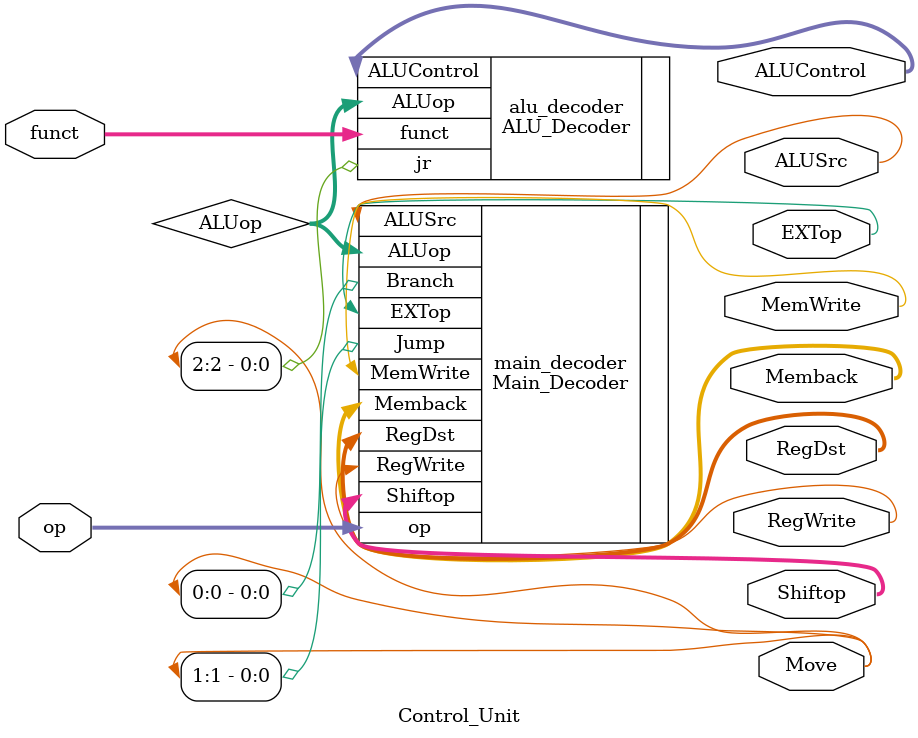
<source format=v>
`timescale 1ns / 1ps
module Control_Unit(
     input [5:0] op,
	  input [5:0] funct,
	  output [2:0] Move,
	  output [1:0] Shiftop,
	  output EXTop,
	  output [1:0] Memback,
	  output MemWrite,
	  output [2:0] ALUControl,
	  output ALUSrc,
	  output RegWrite,
	  output [1:0] RegDst
    ); 
    
	 wire [1:0] ALUop;

    Main_Decoder main_decoder(.op(op),.RegDst(RegDst),.RegWrite(RegWrite),.ALUSrc(ALUSrc),.MemWrite(MemWrite),.Memback(Memback),.EXTop(EXTop),.Shiftop(Shiftop),.Branch(Move[0]),.Jump(Move[1]),.ALUop(ALUop));
	 ALU_Decoder  alu_decoder(.funct(funct),.ALUop(ALUop),.ALUControl(ALUControl),.jr(Move[2]));
	 

endmodule

</source>
